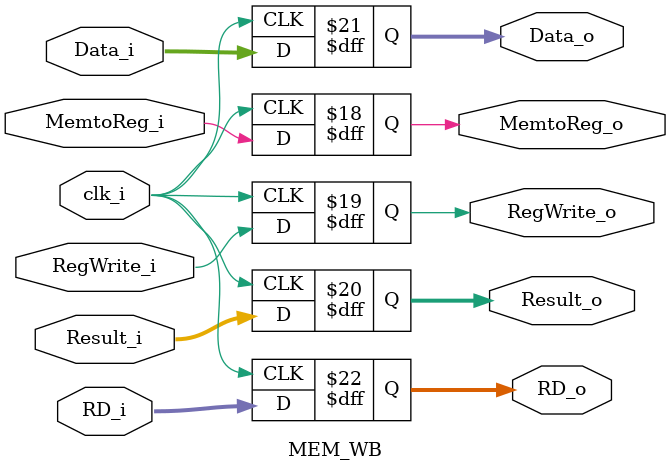
<source format=v>
module MEM_WB
(
    clk_i,
    MemtoReg_i,
    RegWrite_i,
    Data_i,
    Result_i,
    RD_i,
    MemtoReg_o,
    RegWrite_o,
    Data_o,
    Result_o,
    RD_o,
);

input clk_i;
input MemtoReg_i;
input RegWrite_i;
input [31:0] Result_i;
input [31:0] Data_i;
input [4:0] RD_i;
output reg MemtoReg_o = 1'b0;
output reg RegWrite_o = 1'b0;
output reg [31:0] Result_o = 32'b0;
output reg [31:0] Data_o = 32'b0;
output reg [4:0] RD_o = 32'b0;

always@(posedge clk_i) begin
    MemtoReg_o <= MemtoReg_i;
	if(RegWrite_i == 1'b1 || RegWrite_i == 1'b0) begin
		RegWrite_o <= RegWrite_i;
		RD_o <= RD_i;
		Data_o <= Data_i;
		Result_o <= Result_i;
	end
end
endmodule

</source>
